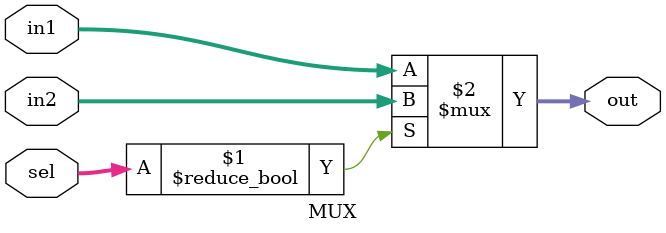
<source format=sv>
`timescale 1ns/1ns
module MUX(input[1:0] in1, in2, sel, output[1:0] out);
  assign out = sel? in2 : in1;
endmodule

</source>
